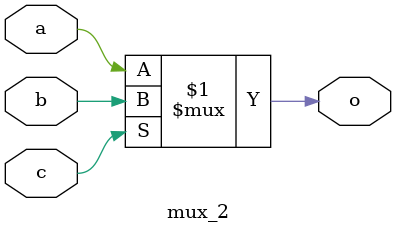
<source format=sv>
`timescale 1ns / 1ps


module mux_2(input logic a,b,c, output logic o);
assign o = c ? b : a;
endmodule

</source>
